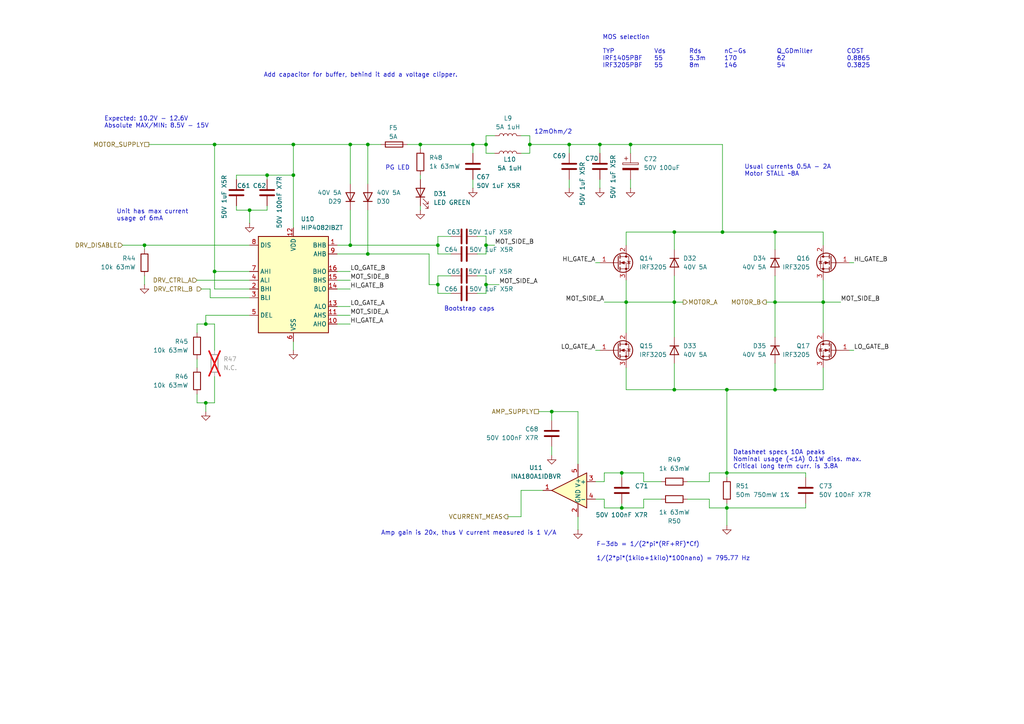
<source format=kicad_sch>
(kicad_sch (version 20250114) (generator "eeschema") (generator_version "9.0")
  (paper "A4")
  (title_block (title "Fontys adaptive robotics AGV platform.") (date "2025-03-01") (rev "V1.0") (company "Kestech") (comment 1 "MIT License. Copyright (c) 2025 Kestech Fontys"))
  (lib_symbols
    (symbol "Amplifier_Current:INA180A1" (pin_names (offset 0.127))
      (property "Reference" "U" (at 3.81 3.81 0))
      (property "Value" "INA180A1" (at 3.81 -2.54 0))
      (symbol "INA180A1_0_1"
        (polyline (pts (xy 5.08 0) (xy -5.08 5.08) (xy -5.08 -5.08) (xy 5.08 0)) (stroke (width 0.254)) (fill (type background)))
      )
      (symbol "INA180A1_1_1"
        (pin input line (at -7.62 2.54 0) (length 2.54) (name "+") (number "3"))
        (pin input line (at -7.62 -2.54 0) (length 2.54) (name "-") (number "4"))
        (pin power_in line (at -2.54 7.62 270) (length 3.81) (name "V+") (number "5"))
        (pin power_in line (at -2.54 -7.62 90) (length 3.81) (name "GND") (number "2"))
        (pin output line (at 7.62 0 180) (length 2.54) (name "~") (number "1"))
      )
    )
    (symbol "Device:C" (pin_numbers (hide yes)) (pin_names (offset 0.254))
      (property "Reference" "C" (at 0.635 2.54 0))
      (property "Value" "C" (at 0.635 -2.54 0))
      (symbol "C_0_1"
        (polyline (pts (xy -2.032 0.762) (xy 2.032 0.762)) (stroke (width 0.508)))
        (polyline (pts (xy -2.032 -0.762) (xy 2.032 -0.762)) (stroke (width 0.508)))
      )
      (symbol "C_1_1"
        (pin passive line (at 0 3.81 270) (length 2.794) (name "~") (number "1"))
        (pin passive line (at 0 -3.81 90) (length 2.794) (name "~") (number "2"))
      )
    )
    (symbol "Device:C_Polarized" (pin_numbers (hide yes)) (pin_names (offset 0.254))
      (property "Reference" "C" (at 0.635 2.54 0))
      (property "Value" "C_Polarized" (at 0.635 -2.54 0))
      (symbol "C_Polarized_0_1"
        (rectangle (start -2.286 0.508) (end 2.286 1.016))
        (polyline (pts (xy -1.778 2.286) (xy -0.762 2.286)))
        (polyline (pts (xy -1.27 2.794) (xy -1.27 1.778)))
        (rectangle (start 2.286 -0.508) (end -2.286 -1.016) (fill (type outline)))
      )
      (symbol "C_Polarized_1_1"
        (pin passive line (at 0 3.81 270) (length 2.794) (name "~") (number "1"))
        (pin passive line (at 0 -3.81 90) (length 2.794) (name "~") (number "2"))
      )
    )
    (symbol "Device:D" (pin_numbers (hide yes)) (pin_names (offset 1.016) (hide yes))
      (property "Reference" "D" (at 0 2.54 0))
      (property "Value" "D" (at 0 -2.54 0))
      (symbol "D_0_1"
        (polyline (pts (xy -1.27 1.27) (xy -1.27 -1.27)) (stroke (width 0.254)))
        (polyline (pts (xy 1.27 1.27) (xy 1.27 -1.27) (xy -1.27 0) (xy 1.27 1.27)) (stroke (width 0.254)))
        (polyline (pts (xy 1.27 0) (xy -1.27 0)))
      )
      (symbol "D_1_1"
        (pin passive line (at -3.81 0 0) (length 2.54) (name "K") (number "1"))
        (pin passive line (at 3.81 0 180) (length 2.54) (name "A") (number "2"))
      )
    )
    (symbol "Device:Fuse" (pin_numbers (hide yes)) (pin_names (offset 0))
      (property "Reference" "F" (at 2.032 0 90))
      (property "Value" "Fuse" (at -1.905 0 90))
      (symbol "Fuse_0_1"
        (rectangle (start -0.762 -2.54) (end 0.762 2.54) (stroke (width 0.254)))
        (polyline (pts (xy 0 2.54) (xy 0 -2.54)))
      )
      (symbol "Fuse_1_1"
        (pin passive line (at 0 3.81 270) (length 1.27) (name "~") (number "1"))
        (pin passive line (at 0 -3.81 90) (length 1.27) (name "~") (number "2"))
      )
    )
    (symbol "Device:L" (pin_numbers (hide yes)) (pin_names (offset 1.016) (hide yes))
      (property "Reference" "L" (at -1.27 0 90))
      (property "Value" "L" (at 1.905 0 90))
      (symbol "L_0_1"
        (arc (start 0 2.54) (mid 0.6323 1.905) (end 0 1.27))
        (arc (start 0 1.27) (mid 0.6323 0.635) (end 0 0))
        (arc (start 0 0) (mid 0.6323 -0.635) (end 0 -1.27))
        (arc (start 0 -1.27) (mid 0.6323 -1.905) (end 0 -2.54))
      )
      (symbol "L_1_1"
        (pin passive line (at 0 3.81 270) (length 1.27) (name "1") (number "1"))
        (pin passive line (at 0 -3.81 90) (length 1.27) (name "2") (number "2"))
      )
    )
    (symbol "Device:LED" (pin_numbers (hide yes)) (pin_names (offset 1.016) (hide yes))
      (property "Reference" "D" (at 0 2.54 0))
      (property "Value" "LED" (at 0 -2.54 0))
      (symbol "LED_0_1"
        (polyline (pts (xy -3.048 -0.762) (xy -4.572 -2.286) (xy -3.81 -2.286) (xy -4.572 -2.286) (xy -4.572 -1.524)))
        (polyline (pts (xy -1.778 -0.762) (xy -3.302 -2.286) (xy -2.54 -2.286) (xy -3.302 -2.286) (xy -3.302 -1.524)))
        (polyline (pts (xy -1.27 0) (xy 1.27 0)))
        (polyline (pts (xy -1.27 -1.27) (xy -1.27 1.27)) (stroke (width 0.254)))
        (polyline (pts (xy 1.27 -1.27) (xy 1.27 1.27) (xy -1.27 0) (xy 1.27 -1.27)) (stroke (width 0.254)))
      )
      (symbol "LED_1_1"
        (pin passive line (at -3.81 0 0) (length 2.54) (name "K") (number "1"))
        (pin passive line (at 3.81 0 180) (length 2.54) (name "A") (number "2"))
      )
    )
    (symbol "Device:R" (pin_numbers (hide yes)) (pin_names (offset 0))
      (property "Reference" "R" (at 2.032 0 90))
      (property "Value" "R" (at 0 0 90))
      (symbol "R_0_1"
        (rectangle (start -1.016 -2.54) (end 1.016 2.54) (stroke (width 0.254)))
      )
      (symbol "R_1_1"
        (pin passive line (at 0 3.81 270) (length 1.27) (name "~") (number "1"))
        (pin passive line (at 0 -3.81 90) (length 1.27) (name "~") (number "2"))
      )
    )
    (symbol "Driver_FET:HIP4082xB"
      (property "Reference" "U" (at 2.54 16.51 0))
      (property "Value" "HIP4082xB" (at 2.54 13.97 0))
      (symbol "HIP4082xB_0_0"
        (pin passive line (at -12.7 -10.16 0) (length 2.54) (name "DEL") (number "5"))
      )
      (symbol "HIP4082xB_1_1"
        (rectangle (start -10.16 -15.24) (end 10.16 12.7) (stroke (width 0.254)) (fill (type background)))
        (pin input line (at -12.7 10.16 0) (length 2.54) (name "DIS") (number "8"))
        (pin input line (at -12.7 2.54 0) (length 2.54) (name "AHI") (number "7"))
        (pin input line (at -12.7 0 0) (length 2.54) (name "ALI") (number "4"))
        (pin input line (at -12.7 -2.54 0) (length 2.54) (name "BHI") (number "2"))
        (pin input line (at -12.7 -5.08 0) (length 2.54) (name "BLI") (number "3"))
        (pin power_in line (at 0 15.24 270) (length 2.54) (name "VDD") (number "12"))
        (pin power_in line (at 0 -17.78 90) (length 2.54) (name "VSS") (number "6"))
        (pin input line (at 12.7 10.16 180) (length 2.54) (name "BHB") (number "1"))
        (pin input line (at 12.7 7.62 180) (length 2.54) (name "AHB") (number "9"))
        (pin output line (at 12.7 2.54 180) (length 2.54) (name "BHO") (number "16"))
        (pin passive line (at 12.7 0 180) (length 2.54) (name "BHS") (number "15"))
        (pin output line (at 12.7 -2.54 180) (length 2.54) (name "BLO") (number "14"))
        (pin output line (at 12.7 -7.62 180) (length 2.54) (name "ALO") (number "13"))
        (pin passive line (at 12.7 -10.16 180) (length 2.54) (name "AHS") (number "11"))
        (pin output line (at 12.7 -12.7 180) (length 2.54) (name "AHO") (number "10"))
      )
    )
    (symbol "Transistor_FET:IRF3205" (pin_names (hide yes))
      (property "Reference" "Q" (at 5.08 1.905 0))
      (property "Value" "IRF3205" (at 5.08 0 0))
      (symbol "IRF3205_0_1"
        (polyline (pts (xy 0.254 1.905) (xy 0.254 -1.905)) (stroke (width 0.254)))
        (polyline (pts (xy 0.254 0) (xy -2.54 0)))
        (polyline (pts (xy 0.762 2.286) (xy 0.762 1.27)) (stroke (width 0.254)))
        (polyline (pts (xy 0.762 0.508) (xy 0.762 -0.508)) (stroke (width 0.254)))
        (polyline (pts (xy 0.762 -1.27) (xy 0.762 -2.286)) (stroke (width 0.254)))
        (polyline (pts (xy 0.762 -1.778) (xy 3.302 -1.778) (xy 3.302 1.778) (xy 0.762 1.778)))
        (polyline (pts (xy 1.016 0) (xy 2.032 0.381) (xy 2.032 -0.381) (xy 1.016 0)) (fill (type outline)))
        (circle (center 1.651 0) (radius 2.794) (stroke (width 0.254)))
        (polyline (pts (xy 2.54 2.54) (xy 2.54 1.778)))
        (circle (center 2.54 1.778) (radius 0.254) (fill (type outline)))
        (circle (center 2.54 -1.778) (radius 0.254) (fill (type outline)))
        (polyline (pts (xy 2.54 -2.54) (xy 2.54 0) (xy 0.762 0)))
        (polyline (pts (xy 2.794 0.508) (xy 2.921 0.381) (xy 3.683 0.381) (xy 3.81 0.254)))
        (polyline (pts (xy 3.302 0.381) (xy 2.921 -0.254) (xy 3.683 -0.254) (xy 3.302 0.381)))
      )
      (symbol "IRF3205_1_1"
        (pin input line (at -5.08 0 0) (length 2.54) (name "G") (number "1"))
        (pin passive line (at 2.54 5.08 270) (length 2.54) (name "D") (number "2"))
        (pin passive line (at 2.54 -5.08 90) (length 2.54) (name "S") (number "3"))
      )
    )
    (symbol "power:GND" (power) (pin_numbers (hide yes)) (pin_names (offset 0) (hide yes))
      (property "Value" "GND" (at 0 -3.81 0))
      (symbol "GND_0_1"
        (polyline (pts (xy 0 0) (xy 0 -1.27) (xy 1.27 -1.27) (xy 0 -2.54) (xy -1.27 -1.27) (xy 0 -1.27)))
      )
      (symbol "GND_1_1"
        (pin power_in line (at 0 0 270) (length 0) (name "~") (number "1"))
      )
    )
  )
  (text "Usual currents 0.5A - 2A\nMotor STALL ~8A" (at 215.9 47.752 0) (effects (font (size 1.27 1.27)) (justify left top)))
  (text "PG LED" (at 115.316 48.768 0) (effects (font (size 1.27 1.27))))
  (text "Expected: 10.2V - 12.6V\nAbsolute MAX/MIN: 8.5V - 15V" (at 30.226 33.782 0) (effects (font (size 1.27 1.27)) (justify left top)))
  (text "F-3db = 1/(2*pi*(RF+RF)*Cf)\n\n1/(2*pi*(1kilo+1kilo)*100nano) = 795.77 Hz" (at 172.974 157.226 0) (effects (font (size 1.27 1.27)) (justify left top)))
  (text "Bootstrap caps\n" (at 136.144 89.662 0) (effects (font (size 1.27 1.27))))
  (text "Amp gain is 20x, thus V current measured is 1 V/A" (at 110.49 153.924 0) (effects (font (size 1.27 1.27)) (justify left top)))
  (text "Add capacitor for buffer, behind it add a voltage clipper." (at 76.454 21.082 0) (effects (font (size 1.27 1.27)) (justify left top)))
  (text "12mOhm/2\n" (at 154.94 37.592 0) (effects (font (size 1.27 1.27)) (justify left top)))
  (text "Datasheet specs 10A peaks\nNominal usage (<1A) 0.1W diss. max.\nCritical long term curr. is 3.8A" (at 212.598 130.556 0) (effects (font (size 1.27 1.27)) (justify left top)))
  (text "MOS selection\n\nTYP			Vds		Rds		nC-Gs		Q_GDmiller		COST\nIRF1405PBF	55		5.3m	170			62				0.8865\nIRF3205PBF	55		8m		146			54				0.3825" (at 174.752 10.16 0) (effects (font (size 1.27 1.27)) (justify left top)))
  (text "Unit has max current\nusage of 6mA" (at 33.782 60.706 0) (effects (font (size 1.27 1.27)) (justify left top)))
  (junction (at 160.02 119.38))
  (junction (at 238.76 87.63))
  (junction (at 62.23 41.91))
  (junction (at 180.34 137.16))
  (junction (at 127 71.12))
  (junction (at 195.58 113.03))
  (junction (at 210.82 113.03))
  (junction (at 106.68 73.66))
  (junction (at 59.69 116.84))
  (junction (at 101.6 41.91))
  (junction (at 121.92 41.91))
  (junction (at 62.23 78.74))
  (junction (at 59.69 93.98))
  (junction (at 224.79 87.63))
  (junction (at 101.6 71.12))
  (junction (at 224.79 67.31))
  (junction (at 140.97 82.55))
  (junction (at 41.91 71.12))
  (junction (at 180.34 147.32))
  (junction (at 77.47 50.8))
  (junction (at 106.68 41.91))
  (junction (at 165.1 41.91))
  (junction (at 127 82.55))
  (junction (at 209.55 67.31))
  (junction (at 72.39 60.96))
  (junction (at 195.58 67.31))
  (junction (at 181.61 87.63))
  (junction (at 210.82 137.16))
  (junction (at 182.88 41.91))
  (junction (at 140.97 41.91))
  (junction (at 85.09 41.91))
  (junction (at 173.99 41.91))
  (junction (at 224.79 113.03))
  (junction (at 85.09 50.8))
  (junction (at 195.58 87.63))
  (junction (at 140.97 71.12))
  (junction (at 153.67 41.91))
  (junction (at 210.82 147.32))
  (junction (at 137.16 41.91))
  (wire (pts (xy 238.76 87.63) (xy 238.76 96.52)))
  (wire (pts (xy 140.97 82.55) (xy 140.97 85.09)))
  (wire (pts (xy 224.79 87.63) (xy 238.76 87.63)))
  (wire (pts (xy 172.72 101.6) (xy 173.99 101.6)))
  (wire (pts (xy 127 80.01) (xy 130.81 80.01)))
  (wire (pts (xy 59.69 116.84) (xy 62.23 116.84)))
  (wire (pts (xy 124.46 73.66) (xy 124.46 82.55)))
  (wire (pts (xy 224.79 113.03) (xy 238.76 113.03)))
  (wire (pts (xy 180.34 147.32) (xy 186.69 147.32)))
  (wire (pts (xy 77.47 50.8) (xy 77.47 52.07)))
  (wire (pts (xy 181.61 113.03) (xy 195.58 113.03)))
  (wire (pts (xy 151.13 142.24) (xy 151.13 149.86)))
  (wire (pts (xy 101.6 81.28) (xy 97.79 81.28)))
  (wire (pts (xy 106.68 60.96) (xy 106.68 73.66)))
  (wire (pts (xy 97.79 71.12) (xy 101.6 71.12)))
  (wire (pts (xy 62.23 83.82) (xy 72.39 83.82)))
  (wire (pts (xy 60.96 83.82) (xy 60.96 86.36)))
  (wire (pts (xy 143.51 44.45) (xy 140.97 44.45)))
  (wire (pts (xy 57.15 116.84) (xy 59.69 116.84)))
  (wire (pts (xy 60.96 86.36) (xy 72.39 86.36)))
  (wire (pts (xy 138.43 80.01) (xy 140.97 80.01)))
  (wire (pts (xy 124.46 82.55) (xy 127 82.55)))
  (wire (pts (xy 181.61 87.63) (xy 195.58 87.63)))
  (wire (pts (xy 182.88 41.91) (xy 182.88 44.45)))
  (wire (pts (xy 224.79 105.41) (xy 224.79 113.03)))
  (wire (pts (xy 85.09 41.91) (xy 101.6 41.91)))
  (wire (pts (xy 72.39 60.96) (xy 77.47 60.96)))
  (wire (pts (xy 181.61 106.68) (xy 181.61 113.03)))
  (wire (pts (xy 233.68 147.32) (xy 210.82 147.32)))
  (wire (pts (xy 140.97 41.91) (xy 140.97 39.37)))
  (wire (pts (xy 85.09 99.06) (xy 85.09 101.6)))
  (wire (pts (xy 233.68 146.05) (xy 233.68 147.32)))
  (wire (pts (xy 195.58 67.31) (xy 195.58 72.39)))
  (wire (pts (xy 175.26 87.63) (xy 181.61 87.63)))
  (wire (pts (xy 175.26 144.78) (xy 175.26 147.32)))
  (wire (pts (xy 160.02 121.92) (xy 160.02 119.38)))
  (wire (pts (xy 181.61 81.28) (xy 181.61 87.63)))
  (wire (pts (xy 106.68 41.91) (xy 106.68 53.34)))
  (wire (pts (xy 238.76 71.12) (xy 238.76 67.31)))
  (wire (pts (xy 247.65 76.2) (xy 246.38 76.2)))
  (wire (pts (xy 210.82 137.16) (xy 233.68 137.16)))
  (wire (pts (xy 97.79 73.66) (xy 106.68 73.66)))
  (wire (pts (xy 160.02 119.38) (xy 167.64 119.38)))
  (wire (pts (xy 210.82 137.16) (xy 210.82 138.43)))
  (wire (pts (xy 199.39 144.78) (xy 205.74 144.78)))
  (wire (pts (xy 167.64 134.62) (xy 167.64 119.38)))
  (wire (pts (xy 205.74 137.16) (xy 210.82 137.16)))
  (wire (pts (xy 165.1 41.91) (xy 165.1 44.45)))
  (wire (pts (xy 172.72 76.2) (xy 173.99 76.2)))
  (wire (pts (xy 68.58 60.96) (xy 72.39 60.96)))
  (wire (pts (xy 180.34 146.05) (xy 180.34 147.32)))
  (wire (pts (xy 210.82 113.03) (xy 210.82 137.16)))
  (wire (pts (xy 167.64 149.86) (xy 167.64 153.67)))
  (wire (pts (xy 59.69 93.98) (xy 59.69 91.44)))
  (wire (pts (xy 127 68.58) (xy 130.81 68.58)))
  (wire (pts (xy 180.34 137.16) (xy 180.34 138.43)))
  (wire (pts (xy 210.82 147.32) (xy 210.82 152.4)))
  (wire (pts (xy 186.69 139.7) (xy 191.77 139.7)))
  (wire (pts (xy 224.79 87.63) (xy 224.79 97.79)))
  (wire (pts (xy 205.74 147.32) (xy 210.82 147.32)))
  (wire (pts (xy 62.23 101.6) (xy 62.23 93.98)))
  (wire (pts (xy 172.72 139.7) (xy 175.26 139.7)))
  (wire (pts (xy 140.97 80.01) (xy 140.97 82.55)))
  (wire (pts (xy 121.92 41.91) (xy 137.16 41.91)))
  (wire (pts (xy 62.23 41.91) (xy 62.23 78.74)))
  (wire (pts (xy 127 68.58) (xy 127 71.12)))
  (wire (pts (xy 41.91 71.12) (xy 41.91 72.39)))
  (wire (pts (xy 106.68 73.66) (xy 124.46 73.66)))
  (wire (pts (xy 186.69 147.32) (xy 186.69 144.78)))
  (wire (pts (xy 175.26 139.7) (xy 175.26 137.16)))
  (wire (pts (xy 165.1 41.91) (xy 173.99 41.91)))
  (wire (pts (xy 140.97 39.37) (xy 143.51 39.37)))
  (wire (pts (xy 157.48 142.24) (xy 151.13 142.24)))
  (wire (pts (xy 68.58 52.07) (xy 68.58 50.8)))
  (wire (pts (xy 175.26 147.32) (xy 180.34 147.32)))
  (wire (pts (xy 195.58 67.31) (xy 209.55 67.31)))
  (wire (pts (xy 140.97 73.66) (xy 138.43 73.66)))
  (wire (pts (xy 127 85.09) (xy 130.81 85.09)))
  (wire (pts (xy 156.21 119.38) (xy 160.02 119.38)))
  (wire (pts (xy 101.6 41.91) (xy 106.68 41.91)))
  (wire (pts (xy 238.76 81.28) (xy 238.76 87.63)))
  (wire (pts (xy 210.82 113.03) (xy 224.79 113.03)))
  (wire (pts (xy 238.76 67.31) (xy 224.79 67.31)))
  (wire (pts (xy 68.58 50.8) (xy 77.47 50.8)))
  (wire (pts (xy 62.23 41.91) (xy 85.09 41.91)))
  (wire (pts (xy 195.58 87.63) (xy 195.58 97.79)))
  (wire (pts (xy 233.68 138.43) (xy 233.68 137.16)))
  (wire (pts (xy 72.39 60.96) (xy 72.39 64.77)))
  (wire (pts (xy 238.76 113.03) (xy 238.76 106.68)))
  (wire (pts (xy 137.16 41.91) (xy 140.97 41.91)))
  (wire (pts (xy 140.97 68.58) (xy 138.43 68.58)))
  (wire (pts (xy 62.23 93.98) (xy 59.69 93.98)))
  (wire (pts (xy 127 73.66) (xy 130.81 73.66)))
  (wire (pts (xy 101.6 60.96) (xy 101.6 71.12)))
  (wire (pts (xy 151.13 44.45) (xy 153.67 44.45)))
  (wire (pts (xy 209.55 67.31) (xy 224.79 67.31)))
  (wire (pts (xy 210.82 146.05) (xy 210.82 147.32)))
  (wire (pts (xy 147.32 149.86) (xy 151.13 149.86)))
  (wire (pts (xy 199.39 139.7) (xy 205.74 139.7)))
  (wire (pts (xy 173.99 52.07) (xy 173.99 54.61)))
  (wire (pts (xy 180.34 137.16) (xy 186.69 137.16)))
  (wire (pts (xy 205.74 139.7) (xy 205.74 137.16)))
  (wire (pts (xy 41.91 80.01) (xy 41.91 82.55)))
  (wire (pts (xy 175.26 137.16) (xy 180.34 137.16)))
  (wire (pts (xy 182.88 52.07) (xy 182.88 54.61)))
  (wire (pts (xy 62.23 116.84) (xy 62.23 109.22)))
  (wire (pts (xy 153.67 41.91) (xy 165.1 41.91)))
  (wire (pts (xy 224.79 80.01) (xy 224.79 87.63)))
  (wire (pts (xy 140.97 71.12) (xy 143.51 71.12)))
  (wire (pts (xy 77.47 59.69) (xy 77.47 60.96)))
  (wire (pts (xy 153.67 41.91) (xy 153.67 39.37)))
  (wire (pts (xy 121.92 41.91) (xy 121.92 43.18)))
  (wire (pts (xy 243.84 87.63) (xy 238.76 87.63)))
  (wire (pts (xy 195.58 113.03) (xy 210.82 113.03)))
  (wire (pts (xy 173.99 41.91) (xy 182.88 41.91)))
  (wire (pts (xy 127 71.12) (xy 127 73.66)))
  (wire (pts (xy 127 82.55) (xy 127 85.09)))
  (wire (pts (xy 59.69 93.98) (xy 57.15 93.98)))
  (wire (pts (xy 97.79 91.44) (xy 101.6 91.44)))
  (wire (pts (xy 57.15 81.28) (xy 72.39 81.28)))
  (wire (pts (xy 57.15 114.3) (xy 57.15 116.84)))
  (wire (pts (xy 172.72 144.78) (xy 175.26 144.78)))
  (wire (pts (xy 140.97 82.55) (xy 144.78 82.55)))
  (wire (pts (xy 97.79 93.98) (xy 101.6 93.98)))
  (wire (pts (xy 224.79 87.63) (xy 222.25 87.63)))
  (wire (pts (xy 57.15 93.98) (xy 57.15 96.52)))
  (wire (pts (xy 121.92 50.8) (xy 121.92 52.07)))
  (wire (pts (xy 101.6 83.82) (xy 97.79 83.82)))
  (wire (pts (xy 173.99 41.91) (xy 173.99 44.45)))
  (wire (pts (xy 153.67 44.45) (xy 153.67 41.91)))
  (wire (pts (xy 160.02 129.54) (xy 160.02 132.08)))
  (wire (pts (xy 35.56 71.12) (xy 41.91 71.12)))
  (wire (pts (xy 59.69 91.44) (xy 72.39 91.44)))
  (wire (pts (xy 137.16 44.45) (xy 137.16 41.91)))
  (wire (pts (xy 106.68 41.91) (xy 110.49 41.91)))
  (wire (pts (xy 140.97 71.12) (xy 140.97 73.66)))
  (wire (pts (xy 224.79 67.31) (xy 224.79 72.39)))
  (wire (pts (xy 101.6 53.34) (xy 101.6 41.91)))
  (wire (pts (xy 77.47 50.8) (xy 85.09 50.8)))
  (wire (pts (xy 137.16 52.07) (xy 137.16 54.61)))
  (wire (pts (xy 186.69 137.16) (xy 186.69 139.7)))
  (wire (pts (xy 72.39 78.74) (xy 62.23 78.74)))
  (wire (pts (xy 101.6 71.12) (xy 127 71.12)))
  (wire (pts (xy 209.55 41.91) (xy 209.55 67.31)))
  (wire (pts (xy 62.23 78.74) (xy 62.23 83.82)))
  (wire (pts (xy 121.92 59.69) (xy 121.92 60.96)))
  (wire (pts (xy 138.43 85.09) (xy 140.97 85.09)))
  (wire (pts (xy 118.11 41.91) (xy 121.92 41.91)))
  (wire (pts (xy 195.58 80.01) (xy 195.58 87.63)))
  (wire (pts (xy 195.58 105.41) (xy 195.58 113.03)))
  (wire (pts (xy 58.42 83.82) (xy 60.96 83.82)))
  (wire (pts (xy 101.6 78.74) (xy 97.79 78.74)))
  (wire (pts (xy 247.65 101.6) (xy 246.38 101.6)))
  (wire (pts (xy 186.69 144.78) (xy 191.77 144.78)))
  (wire (pts (xy 97.79 88.9) (xy 101.6 88.9)))
  (wire (pts (xy 205.74 144.78) (xy 205.74 147.32)))
  (wire (pts (xy 43.18 41.91) (xy 62.23 41.91)))
  (wire (pts (xy 151.13 39.37) (xy 153.67 39.37)))
  (wire (pts (xy 59.69 116.84) (xy 59.69 119.38)))
  (wire (pts (xy 140.97 44.45) (xy 140.97 41.91)))
  (wire (pts (xy 140.97 68.58) (xy 140.97 71.12)))
  (wire (pts (xy 165.1 52.07) (xy 165.1 54.61)))
  (wire (pts (xy 68.58 60.96) (xy 68.58 59.69)))
  (wire (pts (xy 181.61 87.63) (xy 181.61 96.52)))
  (wire (pts (xy 127 80.01) (xy 127 82.55)))
  (wire (pts (xy 85.09 50.8) (xy 85.09 66.04)))
  (wire (pts (xy 181.61 71.12) (xy 181.61 67.31)))
  (wire (pts (xy 182.88 41.91) (xy 209.55 41.91)))
  (wire (pts (xy 57.15 104.14) (xy 57.15 106.68)))
  (wire (pts (xy 181.61 67.31) (xy 195.58 67.31)))
  (wire (pts (xy 195.58 87.63) (xy 198.12 87.63)))
  (wire (pts (xy 41.91 71.12) (xy 72.39 71.12)))
  (wire (pts (xy 85.09 41.91) (xy 85.09 50.8)))
  (label "MOT_SIDE_B" (at 243.84 87.63 0))
  (label "LO_GATE_A" (at 101.6 88.9 0))
  (label "LO_GATE_B" (at 247.65 101.6 0))
  (label "LO_GATE_B" (at 101.6 78.74 0))
  (label "MOT_SIDE_B" (at 143.51 71.12 0))
  (label "MOT_SIDE_A" (at 144.78 82.55 0))
  (label "MOT_SIDE_B" (at 101.6 81.28 0))
  (label "MOT_SIDE_A" (at 175.26 87.63 180))
  (label "HI_GATE_A" (at 101.6 93.98 0))
  (label "HI_GATE_B" (at 101.6 83.82 0))
  (label "LO_GATE_A" (at 172.72 101.6 180))
  (label "HI_GATE_B" (at 247.65 76.2 0))
  (label "MOT_SIDE_A" (at 101.6 91.44 0))
  (label "HI_GATE_A" (at 172.72 76.2 180))
  (hierarchical_label "MOTOR_B" (shape output) (at 222.25 87.63 180))
  (hierarchical_label "VCURRENT_MEAS" (shape output) (at 147.32 149.86 180))
  (hierarchical_label "DRV_CTRL_A" (shape input) (at 57.15 81.28 180))
  (hierarchical_label "MOTOR_SUPPLY" (shape passive) (at 43.18 41.91 180))
  (hierarchical_label "AMP_SUPPLY" (shape passive) (at 156.21 119.38 180))
  (hierarchical_label "DRV_CTRL_B " (shape input) (at 58.42 83.82 180))
  (hierarchical_label "DRV_DISABLE" (shape input) (at 35.56 71.12 180))
  (hierarchical_label "MOTOR_A" (shape output) (at 198.12 87.63 0))
  (symbol (lib_id "Transistor_FET:IRF3205") (at 179.07 76.2 0) (unit 1)
    (property "Reference" "Q10" (at 185.42 74.9299 0) (effects (justify left)))
    (property "Value" "IRF3205" (at 185.42 77.4699 0) (effects (justify left)))
    (property "Footprint" "Package_TO_SOT_THT:TO-220F-3_Horizontal_TabDown" (effects (hide yes)))
    (property "Datasheet" "http://www.irf.com/product-info/datasheets/data/irf3205.pdf" (effects (hide yes)))
    (property "Description" "110A Id, 55V Vds, Single N-Channel HEXFET Power MOSFET, 8mOhm Ron, TO-220AB" (effects (hide yes)))
    (property "JLCPCB" "C2561" (effects (hide yes)))
    (instances (project "controller_mainboard" (path "" (reference "Q14") (unit 1)) (path "" (reference "Q10") (unit 1)) (path "" (reference "Q18") (unit 1)) (path "" (reference "Q22") (unit 1))))
  )
  (symbol (lib_id "power:GND") (at 72.39 64.77 0) (unit 1)
    (property "Reference" "#PWR058" (effects (hide yes)))
    (property "Value" "GND" (effects (hide yes)))
    (property "Description" "Power symbol creates a global label with name \"GND\" , ground" (effects (hide yes)))
    (instances (project "controller_mainboard" (path "" (reference "#PWR070") (unit 1)) (path "" (reference "#PWR058") (unit 1)) (path "" (reference "#PWR082") (unit 1)) (path "" (reference "#PWR094") (unit 1))))
  )
  (symbol (lib_id "Device:C") (at 68.58 55.88 0) (mirror y) (unit 1)
    (property "Reference" "C48" (at 72.644 53.848 0) (effects (justify left)))
    (property "Value" "50V 1uF X5R" (at 65.024 63.5 90) (effects (justify left)))
    (property "Footprint" "Capacitor_SMD:C_0603_1608Metric" (effects (hide yes)))
    (property "Datasheet" "https://jlcpcb.com/api/file/downloadByFileSystemAccessId/8556213788459761664" (effects (hide yes)))
    (property "Description" "Unpolarized capacitor" (effects (hide yes)))
    (property "JLCPCB" "C15849" (effects (hide yes)))
    (instances (project "controller_mainboard" (path "" (reference "C61") (unit 1)) (path "" (reference "C48") (unit 1)) (path "" (reference "C74") (unit 1)) (path "" (reference "C87") (unit 1))))
  )
  (symbol (lib_id "Device:C") (at 134.62 85.09 90) (unit 1)
    (property "Reference" "C53" (at 130.81 83.82 90))
    (property "Value" "50V 1uF X5R" (at 142.494 83.82 90))
    (property "Footprint" "Capacitor_SMD:C_0603_1608Metric" (effects (hide yes)))
    (property "Datasheet" "https://jlcpcb.com/api/file/downloadByFileSystemAccessId/8556213788459761664" (effects (hide yes)))
    (property "Description" "Unpolarized capacitor" (effects (hide yes)))
    (property "JLCPCB" "C15849" (effects (hide yes)))
    (instances (project "controller_mainboard" (path "" (reference "C66") (unit 1)) (path "" (reference "C53") (unit 1)) (path "" (reference "C79") (unit 1)) (path "" (reference "C92") (unit 1))))
  )
  (symbol (lib_id "Device:C") (at 160.02 125.73 180) (unit 1)
    (property "Reference" "C55" (at 156.21 124.4599 0) (effects (justify left)))
    (property "Value" "50V 100nF X7R" (at 156.21 126.9999 0) (effects (justify left)))
    (property "Footprint" "Capacitor_SMD:C_0603_1608Metric" (effects (hide yes)))
    (property "Datasheet" "https://jlcpcb.com/api/file/downloadByFileSystemAccessId/8579707083955945472" (effects (hide yes)))
    (property "Description" "Unpolarized capacitor" (effects (hide yes)))
    (property "JLCPCB" "C14663" (effects (hide yes)))
    (instances (project "controller_mainboard" (path "" (reference "C68") (unit 1)) (path "" (reference "C55") (unit 1)) (path "" (reference "C81") (unit 1)) (path "" (reference "C94") (unit 1))))
  )
  (symbol (lib_id "power:GND") (at 160.02 132.08 0) (unit 1)
    (property "Reference" "#PWR062" (effects (hide yes)))
    (property "Value" "GND" (effects (hide yes)))
    (property "Description" "Power symbol creates a global label with name \"GND\" , ground" (effects (hide yes)))
    (instances (project "controller_mainboard" (path "" (reference "#PWR074") (unit 1)) (path "" (reference "#PWR062") (unit 1)) (path "" (reference "#PWR086") (unit 1)) (path "" (reference "#PWR098") (unit 1))))
  )
  (symbol (lib_id "Device:C") (at 134.62 73.66 90) (unit 1)
    (property "Reference" "C51" (at 130.81 72.39 90))
    (property "Value" "50V 1uF X5R" (at 142.494 72.39 90))
    (property "Footprint" "Capacitor_SMD:C_0603_1608Metric" (effects (hide yes)))
    (property "Datasheet" "https://jlcpcb.com/api/file/downloadByFileSystemAccessId/8556213788459761664" (effects (hide yes)))
    (property "Description" "Unpolarized capacitor" (effects (hide yes)))
    (property "JLCPCB" "C15849" (effects (hide yes)))
    (instances (project "controller_mainboard" (path "" (reference "C64") (unit 1)) (path "" (reference "C51") (unit 1)) (path "" (reference "C77") (unit 1)) (path "" (reference "C90") (unit 1))))
  )
  (symbol (lib_id "Transistor_FET:IRF3205") (at 241.3 76.2 0) (mirror y) (unit 1)
    (property "Reference" "Q12" (at 234.95 74.9299 0) (effects (justify left)))
    (property "Value" "IRF3205" (at 234.95 77.4699 0) (effects (justify left)))
    (property "Footprint" "Package_TO_SOT_THT:TO-220F-3_Horizontal_TabDown" (effects (hide yes)))
    (property "Datasheet" "http://www.irf.com/product-info/datasheets/data/irf3205.pdf" (effects (hide yes)))
    (property "Description" "110A Id, 55V Vds, Single N-Channel HEXFET Power MOSFET, 8mOhm Ron, TO-220AB" (effects (hide yes)))
    (property "JLCPCB" "C2561" (effects (hide yes)))
    (instances (project "controller_mainboard" (path "" (reference "Q16") (unit 1)) (path "" (reference "Q12") (unit 1)) (path "" (reference "Q20") (unit 1)) (path "" (reference "Q24") (unit 1))))
  )
  (symbol (lib_id "Driver_FET:HIP4082xB") (at 85.09 81.28 0) (unit 1)
    (property "Reference" "U8" (at 87.2333 63.5 0) (effects (justify left)))
    (property "Value" "HIP4082IBZT" (at 87.2333 66.04 0) (effects (justify left)))
    (property "Footprint" "Package_SO:SOIC-16_3.9x9.9mm_P1.27mm" (effects (hide yes)))
    (property "Datasheet" "https://www.renesas.com/www/doc/datasheet/hip4082.pdf" (effects (hide yes)))
    (property "Description" "80V, 1.25A Peak Current H-Bridge FET Driver, SOIC-16" (effects (hide yes)))
    (property "JLCPCB" "C50123" (effects (hide yes)))
    (instances (project "controller_mainboard" (path "" (reference "U10") (unit 1)) (path "" (reference "U8") (unit 1)) (path "" (reference "U12") (unit 1)) (path "" (reference "U14") (unit 1))))
  )
  (symbol (lib_id "Device:L") (at 147.32 39.37 90) (unit 1)
    (property "Reference" "L7" (at 147.32 34.29 90))
    (property "Value" "5A 1uH" (at 147.32 36.83 90))
    (property "Description" "Inductor" (effects (hide yes)))
    (property "JLCPCB" "C167953" (effects (hide yes)))
    (instances (project "controller_mainboard" (path "" (reference "L9") (unit 1)) (path "" (reference "L7") (unit 1)) (path "" (reference "L11") (unit 1)) (path "" (reference "L13") (unit 1))))
  )
  (symbol (lib_id "Device:C") (at 165.1 48.26 0) (unit 1)
    (property "Reference" "C56" (at 160.274 45.212 0) (effects (justify left)))
    (property "Value" "50V 1uF X5R" (at 168.91 59.69 90) (effects (justify left)))
    (property "Footprint" "Capacitor_SMD:C_0603_1608Metric" (effects (hide yes)))
    (property "Datasheet" "https://jlcpcb.com/api/file/downloadByFileSystemAccessId/8556213788459761664" (effects (hide yes)))
    (property "Description" "Unpolarized capacitor" (effects (hide yes)))
    (property "JLCPCB" "C15849" (effects (hide yes)))
    (instances (project "controller_mainboard" (path "" (reference "C69") (unit 1)) (path "" (reference "C56") (unit 1)) (path "" (reference "C82") (unit 1)) (path "" (reference "C95") (unit 1))))
  )
  (symbol (lib_id "Device:R") (at 57.15 100.33 0) (mirror x) (unit 1)
    (property "Reference" "R37" (at 54.61 99.0599 0) (effects (justify right)))
    (property "Value" "10k 63mW" (at 54.61 101.5999 0) (effects (justify right)))
    (property "Footprint" "Resistor_SMD:R_0402_1005Metric" (effects (hide yes)))
    (property "Datasheet" "https://jlcpcb.com/api/file/downloadByFileSystemAccessId/8556212101498380288" (effects (hide yes)))
    (property "Description" "Resistor" (effects (hide yes)))
    (property "JLCPCB" "C25744" (effects (hide yes)))
    (instances (project "controller_mainboard" (path "" (reference "R45") (unit 1)) (path "" (reference "R37") (unit 1)) (path "" (reference "R53") (unit 1)) (path "" (reference "R61") (unit 1))))
  )
  (symbol (lib_id "power:GND") (at 182.88 54.61 0) (unit 1)
    (property "Reference" "#PWR066" (effects (hide yes)))
    (property "Value" "GND" (effects (hide yes)))
    (property "Description" "Power symbol creates a global label with name \"GND\" , ground" (effects (hide yes)))
    (instances (project "controller_mainboard" (path "" (reference "#PWR078") (unit 1)) (path "" (reference "#PWR066") (unit 1)) (path "" (reference "#PWR090") (unit 1)) (path "" (reference "#PWR0102") (unit 1))))
  )
  (symbol (lib_id "Device:D") (at 101.6 57.15 90) (unit 1)
    (property "Reference" "D22" (at 99.06 58.4201 90) (effects (justify left)))
    (property "Value" "40V 5A" (at 99.06 55.8801 90) (effects (justify left)))
    (property "Footprint" "Diode_SMD:D_SMA" (effects (hide yes)))
    (property "Datasheet" "https://jlcpcb.com/api/file/downloadByFileSystemAccessId/8579707587489042432" (effects (hide yes)))
    (property "Description" "Diode" (effects (hide yes)))
    (property "Sim.Device" "D" (effects (hide yes)))
    (property "Sim.Pins" "1=K 2=A" (effects (hide yes)))
    (property "JLCPCB" "C22452" (effects (hide yes)))
    (instances (project "controller_mainboard" (path "" (reference "D29") (unit 1)) (path "" (reference "D22") (unit 1)) (path "" (reference "D36") (unit 1)) (path "" (reference "D43") (unit 1))))
  )
  (symbol (lib_id "Device:C") (at 134.62 80.01 90) (mirror x) (unit 1)
    (property "Reference" "C52" (at 131.572 78.74 90))
    (property "Value" "50V 1uF X5R" (at 142.24 78.74 90))
    (property "Footprint" "Capacitor_SMD:C_0603_1608Metric" (effects (hide yes)))
    (property "Datasheet" "https://jlcpcb.com/api/file/downloadByFileSystemAccessId/8556213788459761664" (effects (hide yes)))
    (property "Description" "Unpolarized capacitor" (effects (hide yes)))
    (property "JLCPCB" "C15849" (effects (hide yes)))
    (instances (project "controller_mainboard" (path "" (reference "C65") (unit 1)) (path "" (reference "C52") (unit 1)) (path "" (reference "C78") (unit 1)) (path "" (reference "C91") (unit 1))))
  )
  (symbol (lib_id "power:GND") (at 167.64 153.67 0) (unit 1)
    (property "Reference" "#PWR064" (effects (hide yes)))
    (property "Value" "GND" (effects (hide yes)))
    (property "Description" "Power symbol creates a global label with name \"GND\" , ground" (effects (hide yes)))
    (instances (project "controller_mainboard" (path "" (reference "#PWR076") (unit 1)) (path "" (reference "#PWR064") (unit 1)) (path "" (reference "#PWR088") (unit 1)) (path "" (reference "#PWR0100") (unit 1))))
  )
  (symbol (lib_id "Device:D") (at 195.58 101.6 270) (unit 1)
    (property "Reference" "D26" (at 198.12 100.3299 90) (effects (justify left)))
    (property "Value" "40V 5A" (at 198.12 102.8699 90) (effects (justify left)))
    (property "Footprint" "Diode_SMD:D_SMA" (effects (hide yes)))
    (property "Datasheet" "https://jlcpcb.com/api/file/downloadByFileSystemAccessId/8579707587489042432" (effects (hide yes)))
    (property "Description" "Diode" (effects (hide yes)))
    (property "Sim.Device" "D" (effects (hide yes)))
    (property "Sim.Pins" "1=K 2=A" (effects (hide yes)))
    (property "JLCPCB" "C22452" (effects (hide yes)))
    (instances (project "controller_mainboard" (path "" (reference "D33") (unit 1)) (path "" (reference "D26") (unit 1)) (path "" (reference "D40") (unit 1)) (path "" (reference "D47") (unit 1))))
  )
  (symbol (lib_id "Device:R") (at 210.82 142.24 0) (unit 1)
    (property "Reference" "R43" (at 213.36 140.9699 0) (effects (justify left)))
    (property "Value" "50m 750mW 1%" (at 213.36 143.5099 0) (effects (justify left)))
    (property "Footprint" "Resistor_SMD:R_2512_6332Metric" (effects (hide yes)))
    (property "Description" "Resistor" (effects (hide yes)))
    (property "JLCPCB" "C620706" (effects (hide yes)))
    (instances (project "controller_mainboard" (path "" (reference "R51") (unit 1)) (path "" (reference "R43") (unit 1)) (path "" (reference "R59") (unit 1)) (path "" (reference "R67") (unit 1))))
  )
  (symbol (lib_id "Device:R") (at 41.91 76.2 0) (mirror x) (unit 1)
    (property "Reference" "R36" (at 39.37 74.9299 0) (effects (justify right)))
    (property "Value" "10k 63mW" (at 39.37 77.4699 0) (effects (justify right)))
    (property "Footprint" "Resistor_SMD:R_0402_1005Metric" (effects (hide yes)))
    (property "Datasheet" "https://jlcpcb.com/api/file/downloadByFileSystemAccessId/8556212101498380288" (effects (hide yes)))
    (property "Description" "Resistor" (effects (hide yes)))
    (property "JLCPCB" "C25744" (effects (hide yes)))
    (instances (project "controller_mainboard" (path "" (reference "R44") (unit 1)) (path "" (reference "R36") (unit 1)) (path "" (reference "R52") (unit 1)) (path "" (reference "R60") (unit 1))))
  )
  (symbol (lib_id "Device:R") (at 62.23 105.41 180) (unit 1) (exclude_from_sim yes) (dnp yes)
    (property "Reference" "R39" (at 64.77 104.1399 0) (effects (justify right)))
    (property "Value" "N.C." (at 64.77 106.6799 0) (effects (justify right)))
    (property "Footprint" "Resistor_SMD:R_0402_1005Metric" (effects (hide yes)))
    (property "Datasheet" "https://jlcpcb.com/api/file/downloadByFileSystemAccessId/8556212101498380288" (effects (hide yes)))
    (property "Description" "Resistor" (effects (hide yes)))
    (property "JLCPCB" "C25744" (effects (hide yes)))
    (instances (project "controller_mainboard" (path "" (reference "R47") (unit 1)) (path "" (reference "R39") (unit 1)) (path "" (reference "R55") (unit 1)) (path "" (reference "R63") (unit 1))))
  )
  (symbol (lib_id "Device:C") (at 233.68 142.24 0) (mirror x) (unit 1)
    (property "Reference" "C60" (at 237.49 140.9699 0) (effects (justify left)))
    (property "Value" "50V 100nF X7R" (at 237.49 143.5099 0) (effects (justify left)))
    (property "Footprint" "Capacitor_SMD:C_0603_1608Metric" (effects (hide yes)))
    (property "Datasheet" "https://jlcpcb.com/api/file/downloadByFileSystemAccessId/8579707083955945472" (effects (hide yes)))
    (property "Description" "Unpolarized capacitor" (effects (hide yes)))
    (property "JLCPCB" "C14663" (effects (hide yes)))
    (instances (project "controller_mainboard" (path "" (reference "C73") (unit 1)) (path "" (reference "C60") (unit 1)) (path "" (reference "C86") (unit 1)) (path "" (reference "C99") (unit 1))))
  )
  (symbol (lib_id "Device:Fuse") (at 114.3 41.91 90) (unit 1)
    (property "Reference" "F4" (at 114.046 37.084 90))
    (property "Value" "5A" (at 114.046 39.624 90))
    (property "Footprint" "Custom_feetprint:BLX-A fuse holder" (effects (hide yes)))
    (property "Description" "Fuse" (effects (hide yes)))
    (instances (project "controller_mainboard" (path "" (reference "F5") (unit 1)) (path "" (reference "F4") (unit 1)) (path "" (reference "F6") (unit 1)) (path "" (reference "F7") (unit 1))))
  )
  (symbol (lib_id "Device:R") (at 57.15 110.49 0) (mirror x) (unit 1)
    (property "Reference" "R38" (at 54.61 109.2199 0) (effects (justify right)))
    (property "Value" "10k 63mW" (at 54.61 111.7599 0) (effects (justify right)))
    (property "Footprint" "Resistor_SMD:R_0402_1005Metric" (effects (hide yes)))
    (property "Datasheet" "https://jlcpcb.com/api/file/downloadByFileSystemAccessId/8556212101498380288" (effects (hide yes)))
    (property "Description" "Resistor" (effects (hide yes)))
    (property "JLCPCB" "C25744" (effects (hide yes)))
    (instances (project "controller_mainboard" (path "" (reference "R46") (unit 1)) (path "" (reference "R38") (unit 1)) (path "" (reference "R54") (unit 1)) (path "" (reference "R62") (unit 1))))
  )
  (symbol (lib_id "Device:D") (at 195.58 76.2 270) (unit 1)
    (property "Reference" "D25" (at 198.12 74.9299 90) (effects (justify left)))
    (property "Value" "40V 5A" (at 198.12 77.4699 90) (effects (justify left)))
    (property "Footprint" "Diode_SMD:D_SMA" (effects (hide yes)))
    (property "Datasheet" "https://jlcpcb.com/api/file/downloadByFileSystemAccessId/8579707587489042432" (effects (hide yes)))
    (property "Description" "Diode" (effects (hide yes)))
    (property "Sim.Device" "D" (effects (hide yes)))
    (property "Sim.Pins" "1=K 2=A" (effects (hide yes)))
    (property "JLCPCB" "C22452" (effects (hide yes)))
    (instances (project "controller_mainboard" (path "" (reference "D32") (unit 1)) (path "" (reference "D25") (unit 1)) (path "" (reference "D39") (unit 1)) (path "" (reference "D46") (unit 1))))
  )
  (symbol (lib_id "Device:C") (at 173.99 48.26 0) (unit 1)
    (property "Reference" "C57" (at 169.672 45.974 0) (effects (justify left)))
    (property "Value" "50V 1uF X5R" (at 177.8 57.658 90) (effects (justify left)))
    (property "Footprint" "Capacitor_SMD:C_0603_1608Metric" (effects (hide yes)))
    (property "Datasheet" "https://jlcpcb.com/api/file/downloadByFileSystemAccessId/8556213788459761664" (effects (hide yes)))
    (property "Description" "Unpolarized capacitor" (effects (hide yes)))
    (property "JLCPCB" "C15849" (effects (hide yes)))
    (instances (project "controller_mainboard" (path "" (reference "C70") (unit 1)) (path "" (reference "C57") (unit 1)) (path "" (reference "C83") (unit 1)) (path "" (reference "C96") (unit 1))))
  )
  (symbol (lib_id "Device:C_Polarized") (at 182.88 48.26 0) (unit 1)
    (property "Reference" "C59" (at 186.69 46.1009 0) (effects (justify left)))
    (property "Value" "50V 100uF" (at 186.69 48.6409 0) (effects (justify left)))
    (property "Footprint" "Capacitor_SMD:CP_Elec_8x10.5" (effects (hide yes)))
    (property "Description" "Polarized capacitor" (effects (hide yes)))
    (property "JLCPCB" "C5246561" (effects (hide yes)))
    (instances (project "controller_mainboard" (path "" (reference "C72") (unit 1)) (path "" (reference "C59") (unit 1)) (path "" (reference "C85") (unit 1)) (path "" (reference "C98") (unit 1))))
  )
  (symbol (lib_id "Device:D") (at 224.79 101.6 90) (mirror x) (unit 1)
    (property "Reference" "D28" (at 222.25 100.3299 90) (effects (justify left)))
    (property "Value" "40V 5A" (at 222.25 102.8699 90) (effects (justify left)))
    (property "Footprint" "Diode_SMD:D_SMA" (effects (hide yes)))
    (property "Datasheet" "https://jlcpcb.com/api/file/downloadByFileSystemAccessId/8579707587489042432" (effects (hide yes)))
    (property "Description" "Diode" (effects (hide yes)))
    (property "Sim.Device" "D" (effects (hide yes)))
    (property "Sim.Pins" "1=K 2=A" (effects (hide yes)))
    (property "JLCPCB" "C22452" (effects (hide yes)))
    (instances (project "controller_mainboard" (path "" (reference "D35") (unit 1)) (path "" (reference "D28") (unit 1)) (path "" (reference "D42") (unit 1)) (path "" (reference "D49") (unit 1))))
  )
  (symbol (lib_id "Device:D") (at 106.68 57.15 270) (mirror x) (unit 1)
    (property "Reference" "D23" (at 109.22 58.4201 90) (effects (justify left)))
    (property "Value" "40V 5A" (at 109.22 55.8801 90) (effects (justify left)))
    (property "Footprint" "Diode_SMD:D_SMA" (effects (hide yes)))
    (property "Datasheet" "https://jlcpcb.com/api/file/downloadByFileSystemAccessId/8579707587489042432" (effects (hide yes)))
    (property "Description" "Diode" (effects (hide yes)))
    (property "Sim.Device" "D" (effects (hide yes)))
    (property "Sim.Pins" "1=K 2=A" (effects (hide yes)))
    (property "JLCPCB" "C22452" (effects (hide yes)))
    (instances (project "controller_mainboard" (path "" (reference "D30") (unit 1)) (path "" (reference "D23") (unit 1)) (path "" (reference "D37") (unit 1)) (path "" (reference "D44") (unit 1))))
  )
  (symbol (lib_id "power:GND") (at 165.1 54.61 0) (unit 1)
    (property "Reference" "#PWR063" (effects (hide yes)))
    (property "Value" "GND" (effects (hide yes)))
    (property "Description" "Power symbol creates a global label with name \"GND\" , ground" (effects (hide yes)))
    (instances (project "controller_mainboard" (path "" (reference "#PWR075") (unit 1)) (path "" (reference "#PWR063") (unit 1)) (path "" (reference "#PWR087") (unit 1)) (path "" (reference "#PWR099") (unit 1))))
  )
  (symbol (lib_id "Device:LED") (at 121.92 55.88 90) (unit 1)
    (property "Reference" "D24" (at 125.73 56.1974 90) (effects (justify right)))
    (property "Value" "LED GREEN" (at 125.73 58.7374 90) (effects (justify right)))
    (property "Footprint" "LED_SMD:LED_0805_2012Metric" (effects (hide yes)))
    (property "Description" "Light emitting diode" (effects (hide yes)))
    (property "Sim.Pins" "1=K 2=A" (effects (hide yes)))
    (property "JLCPCB" "C2297" (effects (hide yes)))
    (instances (project "controller_mainboard" (path "" (reference "D31") (unit 1)) (path "" (reference "D24") (unit 1)) (path "" (reference "D38") (unit 1)) (path "" (reference "D45") (unit 1))))
  )
  (symbol (lib_id "power:GND") (at 59.69 119.38 0) (unit 1)
    (property "Reference" "#PWR057" (effects (hide yes)))
    (property "Value" "GND" (effects (hide yes)))
    (property "Description" "Power symbol creates a global label with name \"GND\" , ground" (effects (hide yes)))
    (instances (project "controller_mainboard" (path "" (reference "#PWR069") (unit 1)) (path "" (reference "#PWR057") (unit 1)) (path "" (reference "#PWR081") (unit 1)) (path "" (reference "#PWR093") (unit 1))))
  )
  (symbol (lib_id "Device:L") (at 147.32 44.45 270) (mirror x) (unit 1)
    (property "Reference" "L8" (at 147.828 46.228 90))
    (property "Value" "5A 1uH" (at 147.828 48.768 90))
    (property "Description" "Inductor" (effects (hide yes)))
    (property "JLCPCB" "C167953" (effects (hide yes)))
    (instances (project "controller_mainboard" (path "" (reference "L10") (unit 1)) (path "" (reference "L8") (unit 1)) (path "" (reference "L12") (unit 1)) (path "" (reference "L14") (unit 1))))
  )
  (symbol (lib_id "Device:R") (at 195.58 144.78 90) (unit 1)
    (property "Reference" "R42" (at 195.58 151.13 90))
    (property "Value" "1k 63mW" (at 195.58 148.59 90))
    (property "Footprint" "Resistor_SMD:R_0402_1005Metric" (effects (hide yes)))
    (property "Description" "Resistor" (effects (hide yes)))
    (property "JLCPCB" "C11702" (effects (hide yes)))
    (instances (project "controller_mainboard" (path "" (reference "R50") (unit 1)) (path "" (reference "R42") (unit 1)) (path "" (reference "R58") (unit 1)) (path "" (reference "R66") (unit 1))))
  )
  (symbol (lib_id "Device:C") (at 77.47 55.88 180) (unit 1)
    (property "Reference" "C49" (at 77.216 53.848 0) (effects (justify left)))
    (property "Value" "50V 100nF X7R" (at 81.026 51.054 90) (effects (justify left)))
    (property "Footprint" "Capacitor_SMD:C_0603_1608Metric" (effects (hide yes)))
    (property "Datasheet" "https://jlcpcb.com/api/file/downloadByFileSystemAccessId/8579707083955945472" (effects (hide yes)))
    (property "Description" "Unpolarized capacitor" (effects (hide yes)))
    (property "JLCPCB" "C14663" (effects (hide yes)))
    (instances (project "controller_mainboard" (path "" (reference "C62") (unit 1)) (path "" (reference "C49") (unit 1)) (path "" (reference "C75") (unit 1)) (path "" (reference "C88") (unit 1))))
  )
  (symbol (lib_id "Device:C") (at 137.16 48.26 0) (mirror y) (unit 1)
    (property "Reference" "C54" (at 138.176 51.308 0) (effects (justify right)))
    (property "Value" "50V 1uF X5R" (at 138.176 53.848 0) (effects (justify right)))
    (property "Footprint" "Capacitor_SMD:C_0603_1608Metric" (effects (hide yes)))
    (property "Datasheet" "https://jlcpcb.com/api/file/downloadByFileSystemAccessId/8556213788459761664" (effects (hide yes)))
    (property "Description" "Unpolarized capacitor" (effects (hide yes)))
    (property "JLCPCB" "C15849" (effects (hide yes)))
    (instances (project "controller_mainboard" (path "" (reference "C67") (unit 1)) (path "" (reference "C54") (unit 1)) (path "" (reference "C80") (unit 1)) (path "" (reference "C93") (unit 1))))
  )
  (symbol (lib_id "power:GND") (at 85.09 101.6 0) (unit 1)
    (property "Reference" "#PWR059" (effects (hide yes)))
    (property "Value" "GND" (effects (hide yes)))
    (property "Description" "Power symbol creates a global label with name \"GND\" , ground" (effects (hide yes)))
    (instances (project "controller_mainboard" (path "" (reference "#PWR071") (unit 1)) (path "" (reference "#PWR059") (unit 1)) (path "" (reference "#PWR083") (unit 1)) (path "" (reference "#PWR095") (unit 1))))
  )
  (symbol (lib_id "power:GND") (at 173.99 54.61 0) (unit 1)
    (property "Reference" "#PWR065" (effects (hide yes)))
    (property "Value" "GND" (effects (hide yes)))
    (property "Description" "Power symbol creates a global label with name \"GND\" , ground" (effects (hide yes)))
    (instances (project "controller_mainboard" (path "" (reference "#PWR077") (unit 1)) (path "" (reference "#PWR065") (unit 1)) (path "" (reference "#PWR089") (unit 1)) (path "" (reference "#PWR0101") (unit 1))))
  )
  (symbol (lib_id "power:GND") (at 137.16 54.61 0) (unit 1)
    (property "Reference" "#PWR061" (effects (hide yes)))
    (property "Value" "GND" (effects (hide yes)))
    (property "Description" "Power symbol creates a global label with name \"GND\" , ground" (effects (hide yes)))
    (instances (project "controller_mainboard" (path "" (reference "#PWR073") (unit 1)) (path "" (reference "#PWR061") (unit 1)) (path "" (reference "#PWR085") (unit 1)) (path "" (reference "#PWR097") (unit 1))))
  )
  (symbol (lib_id "Transistor_FET:IRF3205") (at 241.3 101.6 0) (mirror y) (unit 1)
    (property "Reference" "Q13" (at 234.95 100.3299 0) (effects (justify left)))
    (property "Value" "IRF3205" (at 234.95 102.8699 0) (effects (justify left)))
    (property "Footprint" "Package_TO_SOT_THT:TO-220F-3_Horizontal_TabDown" (effects (hide yes)))
    (property "Datasheet" "http://www.irf.com/product-info/datasheets/data/irf3205.pdf" (effects (hide yes)))
    (property "Description" "110A Id, 55V Vds, Single N-Channel HEXFET Power MOSFET, 8mOhm Ron, TO-220AB" (effects (hide yes)))
    (property "JLCPCB" "C2561" (effects (hide yes)))
    (instances (project "controller_mainboard" (path "" (reference "Q17") (unit 1)) (path "" (reference "Q13") (unit 1)) (path "" (reference "Q21") (unit 1)) (path "" (reference "Q25") (unit 1))))
  )
  (symbol (lib_id "Device:D") (at 224.79 76.2 90) (mirror x) (unit 1)
    (property "Reference" "D27" (at 222.25 74.9299 90) (effects (justify left)))
    (property "Value" "40V 5A" (at 222.25 77.4699 90) (effects (justify left)))
    (property "Footprint" "Diode_SMD:D_SMA" (effects (hide yes)))
    (property "Datasheet" "https://jlcpcb.com/api/file/downloadByFileSystemAccessId/8579707587489042432" (effects (hide yes)))
    (property "Description" "Diode" (effects (hide yes)))
    (property "Sim.Device" "D" (effects (hide yes)))
    (property "Sim.Pins" "1=K 2=A" (effects (hide yes)))
    (property "JLCPCB" "C22452" (effects (hide yes)))
    (instances (project "controller_mainboard" (path "" (reference "D34") (unit 1)) (path "" (reference "D27") (unit 1)) (path "" (reference "D41") (unit 1)) (path "" (reference "D48") (unit 1))))
  )
  (symbol (lib_id "power:GND") (at 41.91 82.55 0) (unit 1)
    (property "Reference" "#PWR056" (effects (hide yes)))
    (property "Value" "GND" (effects (hide yes)))
    (property "Description" "Power symbol creates a global label with name \"GND\" , ground" (effects (hide yes)))
    (instances (project "controller_mainboard" (path "" (reference "#PWR068") (unit 1)) (path "" (reference "#PWR056") (unit 1)) (path "" (reference "#PWR080") (unit 1)) (path "" (reference "#PWR092") (unit 1))))
  )
  (symbol (lib_id "power:GND") (at 121.92 60.96 0) (unit 1)
    (property "Reference" "#PWR060" (effects (hide yes)))
    (property "Value" "GND" (effects (hide yes)))
    (property "Description" "Power symbol creates a global label with name \"GND\" , ground" (effects (hide yes)))
    (instances (project "controller_mainboard" (path "" (reference "#PWR072") (unit 1)) (path "" (reference "#PWR060") (unit 1)) (path "" (reference "#PWR084") (unit 1)) (path "" (reference "#PWR096") (unit 1))))
  )
  (symbol (lib_id "Device:C") (at 134.62 68.58 90) (mirror x) (unit 1)
    (property "Reference" "C50" (at 131.572 67.31 90))
    (property "Value" "50V 1uF X5R" (at 142.24 67.31 90))
    (property "Footprint" "Capacitor_SMD:C_0603_1608Metric" (effects (hide yes)))
    (property "Datasheet" "https://jlcpcb.com/api/file/downloadByFileSystemAccessId/8556213788459761664" (effects (hide yes)))
    (property "Description" "Unpolarized capacitor" (effects (hide yes)))
    (property "JLCPCB" "C15849" (effects (hide yes)))
    (instances (project "controller_mainboard" (path "" (reference "C63") (unit 1)) (path "" (reference "C50") (unit 1)) (path "" (reference "C76") (unit 1)) (path "" (reference "C89") (unit 1))))
  )
  (symbol (lib_id "Amplifier_Current:INA180A1") (at 165.1 142.24 0) (mirror y) (unit 1)
    (property "Reference" "U9" (at 155.448 135.636 0))
    (property "Value" "INA180A1IDBVR" (at 155.448 138.176 0))
    (property "Footprint" "Package_TO_SOT_SMD:SOT-23-5" (effects (hide yes)))
    (property "Datasheet" "http://www.ti.com/lit/ds/symlink/ina180.pdf" (effects (hide yes)))
    (property "Description" "Current Sense Amplifier, 1 Circuit, Rail-to-Rail, 26V, Gain 20 V/V, SOT-23-5" (effects (hide yes)))
    (property "JLCPCB" "C122228" (effects (hide yes)))
    (instances (project "controller_mainboard" (path "" (reference "U11") (unit 1)) (path "" (reference "U9") (unit 1)) (path "" (reference "U13") (unit 1)) (path "" (reference "U15") (unit 1))))
  )
  (symbol (lib_id "Device:R") (at 195.58 139.7 90) (mirror x) (unit 1)
    (property "Reference" "R41" (at 195.58 133.35 90))
    (property "Value" "1k 63mW" (at 195.58 135.89 90))
    (property "Footprint" "Resistor_SMD:R_0402_1005Metric" (effects (hide yes)))
    (property "Description" "Resistor" (effects (hide yes)))
    (property "JLCPCB" "C11702" (effects (hide yes)))
    (instances (project "controller_mainboard" (path "" (reference "R49") (unit 1)) (path "" (reference "R41") (unit 1)) (path "" (reference "R57") (unit 1)) (path "" (reference "R65") (unit 1))))
  )
  (symbol (lib_id "Device:R") (at 121.92 46.99 0) (unit 1)
    (property "Reference" "R40" (at 124.46 45.7199 0) (effects (justify left)))
    (property "Value" "1k 63mW" (at 124.46 48.2599 0) (effects (justify left)))
    (property "Footprint" "Resistor_SMD:R_0402_1005Metric" (effects (hide yes)))
    (property "Description" "Resistor" (effects (hide yes)))
    (property "JLCPCB" "C11702" (effects (hide yes)))
    (instances (project "controller_mainboard" (path "" (reference "R48") (unit 1)) (path "" (reference "R40") (unit 1)) (path "" (reference "R56") (unit 1)) (path "" (reference "R64") (unit 1))))
  )
  (symbol (lib_id "Device:C") (at 180.34 142.24 0) (mirror x) (unit 1)
    (property "Reference" "C58" (at 184.15 140.9699 0) (effects (justify left)))
    (property "Value" "50V 100nF X7R" (at 172.72 149.352 0) (effects (justify left)))
    (property "Footprint" "Capacitor_SMD:C_0603_1608Metric" (effects (hide yes)))
    (property "Datasheet" "https://jlcpcb.com/api/file/downloadByFileSystemAccessId/8579707083955945472" (effects (hide yes)))
    (property "Description" "Unpolarized capacitor" (effects (hide yes)))
    (property "JLCPCB" "C14663" (effects (hide yes)))
    (instances (project "controller_mainboard" (path "" (reference "C71") (unit 1)) (path "" (reference "C58") (unit 1)) (path "" (reference "C84") (unit 1)) (path "" (reference "C97") (unit 1))))
  )
  (symbol (lib_id "power:GND") (at 210.82 152.4 0) (unit 1)
    (property "Reference" "#PWR067" (effects (hide yes)))
    (property "Value" "GND" (effects (hide yes)))
    (property "Description" "Power symbol creates a global label with name \"GND\" , ground" (effects (hide yes)))
    (instances (project "controller_mainboard" (path "" (reference "#PWR079") (unit 1)) (path "" (reference "#PWR067") (unit 1)) (path "" (reference "#PWR091") (unit 1)) (path "" (reference "#PWR0103") (unit 1))))
  )
  (symbol (lib_id "Transistor_FET:IRF3205") (at 179.07 101.6 0) (unit 1)
    (property "Reference" "Q11" (at 185.42 100.3299 0) (effects (justify left)))
    (property "Value" "IRF3205" (at 185.42 102.8699 0) (effects (justify left)))
    (property "Footprint" "Package_TO_SOT_THT:TO-220F-3_Horizontal_TabDown" (effects (hide yes)))
    (property "Datasheet" "http://www.irf.com/product-info/datasheets/data/irf3205.pdf" (effects (hide yes)))
    (property "Description" "110A Id, 55V Vds, Single N-Channel HEXFET Power MOSFET, 8mOhm Ron, TO-220AB" (effects (hide yes)))
    (property "JLCPCB" "C2561" (effects (hide yes)))
    (instances (project "controller_mainboard" (path "" (reference "Q15") (unit 1)) (path "" (reference "Q11") (unit 1)) (path "" (reference "Q19") (unit 1)) (path "" (reference "Q23") (unit 1))))
  )
)
</source>
